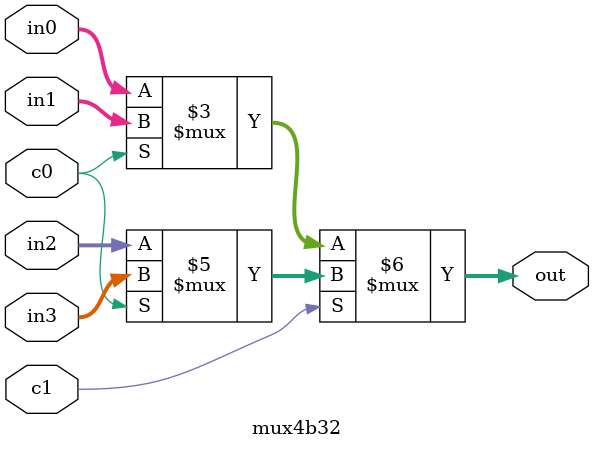
<source format=v>
module mux4b32(
	input[31:0] in0,
	input[31:0] in1,
	input[31:0]	in2,
	input[31:0] in3,
	input c0, c1,
	output[31:0] out
);
	// (00, in0), (01, in1), (10, in2), (11, in3)
	assign out = (!c1)? ((!c0)? in0 :in1) :  ((!c0)? in2 :in3);

endmodule

</source>
